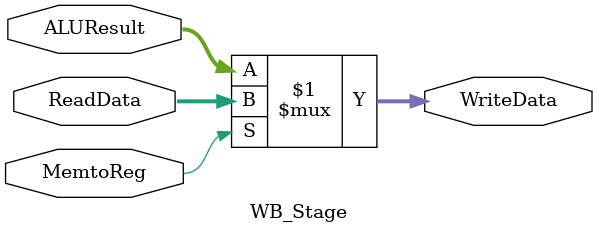
<source format=v>
`timescale 1ns / 1ps

module WB_Stage(
    input wire [31:0] ReadData,
    input wire [31:0] ALUResult,
    input wire MemtoReg,
    output wire [31:0] WriteData
);
    assign WriteData = MemtoReg ? ReadData : ALUResult;
endmodule

</source>
